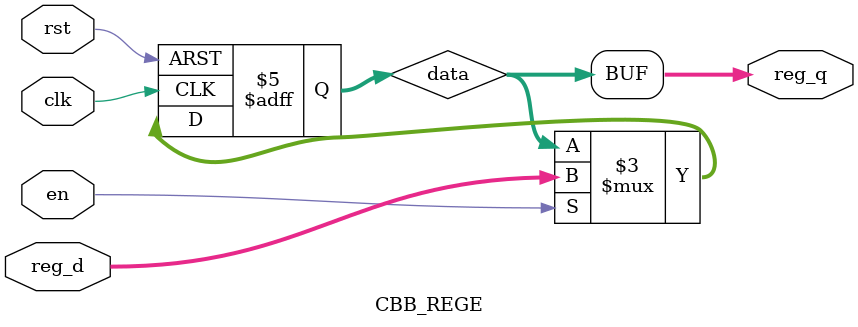
<source format=v>


module CBB_REGE #( 
             parameter  WIDTH = 8,
             parameter  INIT_VAL     = 0)
(
    input                    clk,
    input                    rst,
     
    input  wire              en   ,
    input  wire [WIDTH-1 :0] reg_d,

    output wire [WIDTH-1 :0] reg_q
);

reg [WIDTH-1: 0] data;

always @ (posedge clk or negedge rst) begin 
    if (!rst)
        data <= INIT_VAL;
    else begin
        if (en)
            data <= reg_d;
    end
end

assign reg_q = data;


endmodule

//CBB_REG #(.WIDTH(),.INIT_VAL())  (.clk(),.rst(),.reg_d(),.reg_q());
</source>
